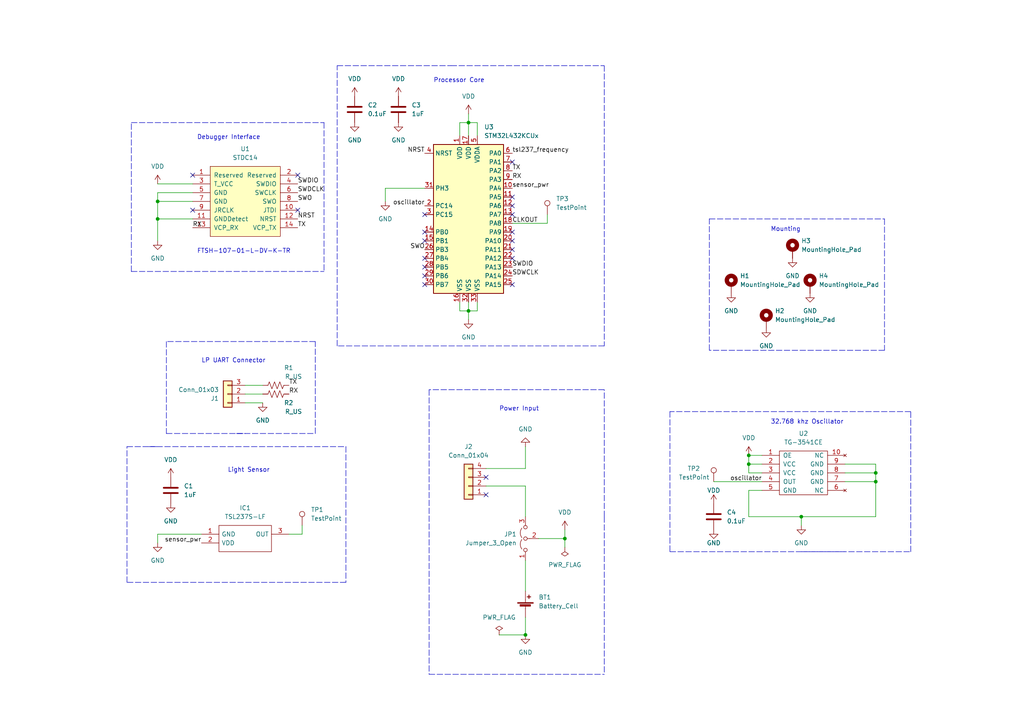
<source format=kicad_sch>
(kicad_sch (version 20211123) (generator eeschema)
  (paper "A4")
  (lib_symbols
    (symbol "Connector:TestPoint" (pin_numbers hide) (pin_names (offset 0.762) hide)
      (property "Reference" "TP" (at 0 6.858 0))
      (property "Value" "TestPoint" (at 0 5.08 0))
      (symbol "TestPoint_0_1"
        (circle (center 0 3.302) (radius 0.762))
      )
      (symbol "TestPoint_1_1"
        (pin passive line (at 0 0 90) (length 2.54) (name "1") (number "1"))
      )
    )
    (symbol "Connector_Generic:Conn_01x03" (pin_names (offset 1.016) hide)
      (property "Reference" "J" (at 0 5.08 0))
      (property "Value" "Conn_01x03" (at 0 -5.08 0))
      (symbol "Conn_01x03_1_1"
        (rectangle (start -1.27 -2.413) (end 0 -2.667) (stroke (width 0.1524)))
        (rectangle (start -1.27 0.127) (end 0 -0.127) (stroke (width 0.1524)))
        (rectangle (start -1.27 2.667) (end 0 2.413) (stroke (width 0.1524)))
        (rectangle (start -1.27 3.81) (end 1.27 -3.81) (stroke (width 0.254)) (fill (type background)))
        (pin passive line (at -5.08 2.54 0) (length 3.81) (name "Pin_1") (number "1"))
        (pin passive line (at -5.08 0 0) (length 3.81) (name "Pin_2") (number "2"))
        (pin passive line (at -5.08 -2.54 0) (length 3.81) (name "Pin_3") (number "3"))
      )
    )
    (symbol "Connector_Generic:Conn_01x04" (pin_names (offset 1.016) hide)
      (property "Reference" "J" (at 0 5.08 0))
      (property "Value" "Conn_01x04" (at 0 -7.62 0))
      (symbol "Conn_01x04_1_1"
        (rectangle (start -1.27 -4.953) (end 0 -5.207) (stroke (width 0.1524)))
        (rectangle (start -1.27 -2.413) (end 0 -2.667) (stroke (width 0.1524)))
        (rectangle (start -1.27 0.127) (end 0 -0.127) (stroke (width 0.1524)))
        (rectangle (start -1.27 2.667) (end 0 2.413) (stroke (width 0.1524)))
        (rectangle (start -1.27 3.81) (end 1.27 -6.35) (stroke (width 0.254)) (fill (type background)))
        (pin passive line (at -5.08 2.54 0) (length 3.81) (name "Pin_1") (number "1"))
        (pin passive line (at -5.08 0 0) (length 3.81) (name "Pin_2") (number "2"))
        (pin passive line (at -5.08 -2.54 0) (length 3.81) (name "Pin_3") (number "3"))
        (pin passive line (at -5.08 -5.08 0) (length 3.81) (name "Pin_4") (number "4"))
      )
    )
    (symbol "Device:Battery_Cell" (pin_numbers hide) (pin_names (offset 0) hide)
      (property "Reference" "BT" (at 2.54 2.54 0))
      (property "Value" "Battery_Cell" (at 2.54 0 0))
      (symbol "Battery_Cell_0_1"
        (rectangle (start -2.286 1.778) (end 2.286 1.524) (fill (type outline)))
        (rectangle (start -1.5748 1.1938) (end 1.4732 0.6858) (fill (type outline)))
        (polyline (pts (xy 0 0.762) (xy 0 0)))
        (polyline (pts (xy 0 1.778) (xy 0 2.54)))
        (polyline (pts (xy 0.508 3.429) (xy 1.524 3.429)) (stroke (width 0.254)))
        (polyline (pts (xy 1.016 3.937) (xy 1.016 2.921)) (stroke (width 0.254)))
      )
      (symbol "Battery_Cell_1_1"
        (pin passive line (at 0 5.08 270) (length 2.54) (name "+") (number "1"))
        (pin passive line (at 0 -2.54 90) (length 2.54) (name "-") (number "2"))
      )
    )
    (symbol "Device:C" (pin_numbers hide) (pin_names (offset 0.254))
      (property "Reference" "C" (at 0.635 2.54 0))
      (property "Value" "C" (at 0.635 -2.54 0))
      (symbol "C_0_1"
        (polyline (pts (xy -2.032 -0.762) (xy 2.032 -0.762)) (stroke (width 0.508)))
        (polyline (pts (xy -2.032 0.762) (xy 2.032 0.762)) (stroke (width 0.508)))
      )
      (symbol "C_1_1"
        (pin passive line (at 0 3.81 270) (length 2.794) (name "~") (number "1"))
        (pin passive line (at 0 -3.81 90) (length 2.794) (name "~") (number "2"))
      )
    )
    (symbol "Device:R_US" (pin_numbers hide) (pin_names (offset 0))
      (property "Reference" "R" (at 2.54 0 90))
      (property "Value" "R_US" (at -2.54 0 90))
      (symbol "R_US_0_1"
        (polyline (pts (xy 0 -2.286) (xy 0 -2.54)))
        (polyline (pts (xy 0 2.286) (xy 0 2.54)))
        (polyline (pts (xy 0 -0.762) (xy 1.016 -1.143) (xy 0 -1.524) (xy -1.016 -1.905) (xy 0 -2.286)))
        (polyline (pts (xy 0 0.762) (xy 1.016 0.381) (xy 0 0) (xy -1.016 -0.381) (xy 0 -0.762)))
        (polyline (pts (xy 0 2.286) (xy 1.016 1.905) (xy 0 1.524) (xy -1.016 1.143) (xy 0 0.762)))
      )
      (symbol "R_US_1_1"
        (pin passive line (at 0 3.81 270) (length 1.27) (name "~") (number "1"))
        (pin passive line (at 0 -3.81 90) (length 1.27) (name "~") (number "2"))
      )
    )
    (symbol "Jumper:Jumper_3_Open" (pin_names (offset 0) hide)
      (property "Reference" "JP" (at -2.54 -2.54 0))
      (property "Value" "Jumper_3_Open" (at 0 2.794 0))
      (symbol "Jumper_3_Open_0_0"
        (circle (center -3.302 0) (radius 0.508))
        (circle (center 0 0) (radius 0.508))
        (circle (center 3.302 0) (radius 0.508))
      )
      (symbol "Jumper_3_Open_0_1"
        (arc (start -0.254 1.016) (mid -1.651 1.4992) (end -3.048 1.016))
        (polyline (pts (xy 0 -0.508) (xy 0 -1.27)))
        (arc (start 3.048 1.016) (mid 1.651 1.4992) (end 0.254 1.016))
      )
      (symbol "Jumper_3_Open_1_1"
        (pin passive line (at -6.35 0 0) (length 2.54) (name "A") (number "1"))
        (pin passive line (at 0 -3.81 90) (length 2.54) (name "C") (number "2"))
        (pin passive line (at 6.35 0 180) (length 2.54) (name "B") (number "3"))
      )
    )
    (symbol "MCU_ST_STM32L4:STM32L432KCUx"
      (property "Reference" "U" (at -10.16 21.59 0))
      (property "Value" "STM32L432KCUx" (at 5.08 21.59 0))
      (symbol "STM32L432KCUx_0_1"
        (rectangle (start -10.16 -22.86) (end 10.16 20.32) (stroke (width 0.254)) (fill (type background)))
      )
      (symbol "STM32L432KCUx_1_1"
        (pin power_in line (at -2.54 22.86 270) (length 2.54) (name "VDD") (number "1"))
        (pin bidirectional line (at 12.7 7.62 180) (length 2.54) (name "PA4") (number "10"))
        (pin bidirectional line (at 12.7 5.08 180) (length 2.54) (name "PA5") (number "11"))
        (pin bidirectional line (at 12.7 2.54 180) (length 2.54) (name "PA6") (number "12"))
        (pin bidirectional line (at 12.7 0 180) (length 2.54) (name "PA7") (number "13"))
        (pin bidirectional line (at -12.7 -5.08 0) (length 2.54) (name "PB0") (number "14"))
        (pin bidirectional line (at -12.7 -7.62 0) (length 2.54) (name "PB1") (number "15"))
        (pin power_in line (at -2.54 -25.4 90) (length 2.54) (name "VSS") (number "16"))
        (pin power_in line (at 0 22.86 270) (length 2.54) (name "VDD") (number "17"))
        (pin bidirectional line (at 12.7 -2.54 180) (length 2.54) (name "PA8") (number "18"))
        (pin bidirectional line (at 12.7 -5.08 180) (length 2.54) (name "PA9") (number "19"))
        (pin bidirectional line (at -12.7 2.54 0) (length 2.54) (name "PC14") (number "2"))
        (pin bidirectional line (at 12.7 -7.62 180) (length 2.54) (name "PA10") (number "20"))
        (pin bidirectional line (at 12.7 -10.16 180) (length 2.54) (name "PA11") (number "21"))
        (pin bidirectional line (at 12.7 -12.7 180) (length 2.54) (name "PA12") (number "22"))
        (pin bidirectional line (at 12.7 -15.24 180) (length 2.54) (name "PA13") (number "23"))
        (pin bidirectional line (at 12.7 -17.78 180) (length 2.54) (name "PA14") (number "24"))
        (pin bidirectional line (at 12.7 -20.32 180) (length 2.54) (name "PA15") (number "25"))
        (pin bidirectional line (at -12.7 -10.16 0) (length 2.54) (name "PB3") (number "26"))
        (pin bidirectional line (at -12.7 -12.7 0) (length 2.54) (name "PB4") (number "27"))
        (pin bidirectional line (at -12.7 -15.24 0) (length 2.54) (name "PB5") (number "28"))
        (pin bidirectional line (at -12.7 -17.78 0) (length 2.54) (name "PB6") (number "29"))
        (pin bidirectional line (at -12.7 0 0) (length 2.54) (name "PC15") (number "3"))
        (pin bidirectional line (at -12.7 -20.32 0) (length 2.54) (name "PB7") (number "30"))
        (pin bidirectional line (at -12.7 7.62 0) (length 2.54) (name "PH3") (number "31"))
        (pin power_in line (at 0 -25.4 90) (length 2.54) (name "VSS") (number "32"))
        (pin power_in line (at 2.54 -25.4 90) (length 2.54) (name "VSS") (number "33"))
        (pin input line (at -12.7 17.78 0) (length 2.54) (name "NRST") (number "4"))
        (pin power_in line (at 2.54 22.86 270) (length 2.54) (name "VDDA") (number "5"))
        (pin bidirectional line (at 12.7 17.78 180) (length 2.54) (name "PA0") (number "6"))
        (pin bidirectional line (at 12.7 15.24 180) (length 2.54) (name "PA1") (number "7"))
        (pin bidirectional line (at 12.7 12.7 180) (length 2.54) (name "PA2") (number "8"))
        (pin bidirectional line (at 12.7 10.16 180) (length 2.54) (name "PA3") (number "9"))
      )
    )
    (symbol "Mechanical:MountingHole_Pad" (pin_numbers hide) (pin_names (offset 1.016) hide)
      (property "Reference" "H" (at 0 6.35 0))
      (property "Value" "MountingHole_Pad" (at 0 4.445 0))
      (symbol "MountingHole_Pad_0_1"
        (circle (center 0 1.27) (radius 1.27) (stroke (width 1.27)))
      )
      (symbol "MountingHole_Pad_1_1"
        (pin input line (at 0 -2.54 90) (length 2.54) (name "1") (number "1"))
      )
    )
    (symbol "e314-2020:STDC14" (pin_names (offset 1.016))
      (property "Reference" "U" (at -1.27 5.08 0))
      (property "Value" "STDC14" (at 0 2.54 0))
      (symbol "STDC14_0_0"
        (pin bidirectional line (at -15.24 -1.27 0) (length 5.08) (name "Reserved") (number "1"))
        (pin bidirectional line (at 15.24 -11.43 180) (length 5.08) (name "JTDI") (number "10"))
        (pin power_in line (at -15.24 -13.97 0) (length 5.08) (name "GNDDetect") (number "11"))
        (pin bidirectional line (at 15.24 -13.97 180) (length 5.08) (name "NRST") (number "12"))
        (pin bidirectional line (at -15.24 -16.51 0) (length 5.08) (name "VCP_RX") (number "13"))
        (pin bidirectional line (at 15.24 -16.51 180) (length 5.08) (name "VCP_TX") (number "14"))
        (pin bidirectional line (at 15.24 -1.27 180) (length 5.08) (name "Reserved") (number "2"))
        (pin bidirectional line (at -15.24 -3.81 0) (length 5.08) (name "T_VCC") (number "3"))
        (pin bidirectional line (at 15.24 -3.81 180) (length 5.08) (name "SWDIO") (number "4"))
        (pin power_out line (at -15.24 -6.35 0) (length 5.08) (name "GND") (number "5"))
        (pin bidirectional line (at 15.24 -6.35 180) (length 5.08) (name "SWCLK") (number "6"))
        (pin power_out line (at -15.24 -8.89 0) (length 5.08) (name "GND") (number "7"))
        (pin bidirectional line (at 15.24 -8.89 180) (length 5.08) (name "SWO") (number "8"))
        (pin bidirectional line (at -15.24 -11.43 0) (length 5.08) (name "JRCLK") (number "9"))
      )
      (symbol "STDC14_0_1"
        (rectangle (start -10.16 1.27) (end 10.16 -19.05) (fill (type background)))
      )
    )
    (symbol "e314-2020:TG-3541CE" (pin_names (offset 1.016))
      (property "Reference" "U" (at -7.62 10.16 0))
      (property "Value" "TG-3541CE" (at -2.54 7.62 0))
      (symbol "TG-3541CE_0_1"
        (rectangle (start -7.62 6.35) (end 6.35 -6.35))
      )
      (symbol "TG-3541CE_1_1"
        (pin input line (at -12.7 5.08 0) (length 5.08) (name "OE") (number "1"))
        (pin no_connect line (at 11.43 5.08 180) (length 5.08) (name "NC") (number "10"))
        (pin power_in line (at -12.7 2.54 0) (length 5.08) (name "VCC") (number "2"))
        (pin power_in line (at -12.7 0 0) (length 5.08) (name "VCC") (number "3"))
        (pin output line (at -12.7 -2.54 0) (length 5.08) (name "OUT") (number "4"))
        (pin power_in line (at -12.7 -5.08 0) (length 5.08) (name "GND") (number "5"))
        (pin no_connect line (at 11.43 -5.08 180) (length 5.08) (name "NC") (number "6"))
        (pin power_in line (at 11.43 -2.54 180) (length 5.08) (name "GND") (number "7"))
        (pin power_in line (at 11.43 0 180) (length 5.08) (name "GND") (number "8"))
        (pin power_in line (at 11.43 2.54 180) (length 5.08) (name "GND") (number "9"))
      )
    )
    (symbol "e314-2020:TSL237S-LF" (pin_names (offset 0.762))
      (property "Reference" "IC" (at 21.59 7.62 0))
      (property "Value" "TSL237S-LF" (at 21.59 5.08 0))
      (symbol "TSL237S-LF_0_0"
        (pin power_in line (at 0 0 0) (length 5.08) (name "GND") (number "1"))
        (pin power_in line (at 0 -2.54 0) (length 5.08) (name "VDD") (number "2"))
        (pin bidirectional line (at 25.4 0 180) (length 5.08) (name "OUT") (number "3"))
      )
      (symbol "TSL237S-LF_0_1"
        (polyline (pts (xy 5.08 2.54) (xy 20.32 2.54) (xy 20.32 -5.08) (xy 5.08 -5.08) (xy 5.08 2.54)) (stroke (width 0.1524)))
      )
    )
    (symbol "power:GND" (power) (pin_names (offset 0))
      (property "Value" "GND" (at 0 -3.81 0))
      (symbol "GND_0_1"
        (polyline (pts (xy 0 0) (xy 0 -1.27) (xy 1.27 -1.27) (xy 0 -2.54) (xy -1.27 -1.27) (xy 0 -1.27)))
      )
      (symbol "GND_1_1"
        (pin power_in line (at 0 0 270) (length 0) hide (name "GND") (number "1"))
      )
    )
    (symbol "power:PWR_FLAG" (power) (pin_numbers hide) (pin_names (offset 0) hide)
      (property "Value" "PWR_FLAG" (at 0 3.81 0))
      (symbol "PWR_FLAG_0_0"
        (pin power_out line (at 0 0 90) (length 0) (name "pwr") (number "1"))
      )
      (symbol "PWR_FLAG_0_1"
        (polyline (pts (xy 0 0) (xy 0 1.27) (xy -1.016 1.905) (xy 0 2.54) (xy 1.016 1.905) (xy 0 1.27)))
      )
    )
    (symbol "power:VDD" (power) (pin_names (offset 0))
      (property "Value" "VDD" (at 0 3.81 0))
      (symbol "VDD_0_1"
        (polyline (pts (xy -0.762 1.27) (xy 0 2.54)))
        (polyline (pts (xy 0 0) (xy 0 2.54)))
        (polyline (pts (xy 0 2.54) (xy 0.762 1.27)))
      )
      (symbol "VDD_1_1"
        (pin power_in line (at 0 0 90) (length 0) hide (name "VDD") (number "1"))
      )
    )
  )
  (junction (at 232.41 149.86))
  (junction (at 135.89 35.56))
  (junction (at 45.72 63.5))
  (junction (at 217.17 132.08))
  (junction (at 217.17 134.62))
  (junction (at 254 139.7))
  (junction (at 135.89 90.17))
  (junction (at 152.4 184.15))
  (junction (at 45.72 58.42))
  (junction (at 254 137.16))
  (junction (at 163.83 156.21))
  (no_connect (at 55.88 50.8))
  (no_connect (at 86.36 50.8))
  (no_connect (at 55.88 60.96))
  (no_connect (at 86.36 60.96))
  (no_connect (at 148.59 62.23))
  (no_connect (at 123.19 77.47))
  (no_connect (at 148.59 69.85))
  (no_connect (at 148.59 67.31))
  (no_connect (at 148.59 46.99))
  (no_connect (at 123.19 69.85))
  (no_connect (at 123.19 74.93))
  (no_connect (at 123.19 67.31))
  (no_connect (at 123.19 82.55))
  (no_connect (at 148.59 82.55))
  (no_connect (at 148.59 72.39))
  (no_connect (at 148.59 74.93))
  (no_connect (at 148.59 57.15))
  (no_connect (at 148.59 59.69))
  (no_connect (at 123.19 62.23))
  (no_connect (at 123.19 80.01))
  (no_connect (at 140.97 143.51))
  (no_connect (at 140.97 138.43))
  (polyline (pts (xy 175.26 19.05) (xy 175.26 100.33)))
  (wire (pts (xy 45.72 53.34) (xy 55.88 53.34)))
  (wire (pts (xy 138.43 35.56) (xy 135.89 35.56)))
  (polyline (pts (xy 100.33 129.54) (xy 100.33 168.91)))
  (wire (pts (xy 71.12 116.84) (xy 76.2 116.84)))
  (polyline (pts (xy 232.41 160.02) (xy 264.16 160.02)))
  (wire (pts (xy 158.75 62.23) (xy 158.75 64.77)))
  (polyline (pts (xy 43.18 129.54) (xy 100.33 129.54)))
  (polyline (pts (xy 124.46 195.58) (xy 175.26 195.58)))
  (polyline (pts (xy 97.79 100.33) (xy 97.79 19.05)))
  (polyline (pts (xy 175.26 149.86) (xy 175.26 195.58)))
  (polyline (pts (xy 256.54 63.5) (xy 256.54 101.6)))
  (wire (pts (xy 220.98 142.24) (xy 217.17 142.24)))
  (polyline (pts (xy 264.16 119.38) (xy 194.31 119.38)))
  (wire (pts (xy 207.01 139.7) (xy 220.98 139.7)))
  (wire (pts (xy 152.4 162.56) (xy 152.4 171.45)))
  (wire (pts (xy 138.43 39.37) (xy 138.43 35.56)))
  (wire (pts (xy 87.63 154.94) (xy 87.63 152.4)))
  (wire (pts (xy 135.89 35.56) (xy 135.89 39.37)))
  (polyline (pts (xy 175.26 113.03) (xy 124.46 113.03)))
  (wire (pts (xy 135.89 87.63) (xy 135.89 90.17)))
  (polyline (pts (xy 38.1 35.56) (xy 93.98 35.56)))
  (wire (pts (xy 245.11 137.16) (xy 254 137.16)))
  (wire (pts (xy 135.89 35.56) (xy 135.89 33.02)))
  (wire (pts (xy 45.72 55.88) (xy 45.72 58.42)))
  (wire (pts (xy 217.17 137.16) (xy 217.17 134.62)))
  (polyline (pts (xy 194.31 160.02) (xy 245.11 160.02)))
  (polyline (pts (xy 175.26 149.86) (xy 175.26 113.03)))
  (wire (pts (xy 123.19 54.61) (xy 111.76 54.61)))
  (polyline (pts (xy 130.81 19.05) (xy 175.26 19.05)))
  (polyline (pts (xy 91.44 125.73) (xy 91.44 99.06)))
  (wire (pts (xy 152.4 149.86) (xy 152.4 140.97)))
  (polyline (pts (xy 205.74 101.6) (xy 205.74 63.5)))
  (wire (pts (xy 217.17 149.86) (xy 232.41 149.86)))
  (wire (pts (xy 45.72 58.42) (xy 45.72 63.5)))
  (polyline (pts (xy 36.83 129.54) (xy 45.72 129.54)))
  (wire (pts (xy 135.89 90.17) (xy 135.89 92.71)))
  (polyline (pts (xy 38.1 78.74) (xy 93.98 78.74)))
  (wire (pts (xy 156.21 156.21) (xy 163.83 156.21)))
  (wire (pts (xy 45.72 63.5) (xy 45.72 69.85)))
  (wire (pts (xy 254 149.86) (xy 254 139.7)))
  (wire (pts (xy 152.4 135.89) (xy 152.4 129.54)))
  (polyline (pts (xy 68.58 125.73) (xy 91.44 125.73)))
  (wire (pts (xy 111.76 54.61) (xy 111.76 58.42)))
  (wire (pts (xy 133.35 87.63) (xy 133.35 90.17)))
  (polyline (pts (xy 256.54 101.6) (xy 205.74 101.6)))
  (wire (pts (xy 55.88 55.88) (xy 45.72 55.88)))
  (polyline (pts (xy 38.1 78.74) (xy 38.1 35.56)))
  (wire (pts (xy 144.78 184.15) (xy 152.4 184.15)))
  (wire (pts (xy 254 134.62) (xy 254 137.16)))
  (wire (pts (xy 138.43 90.17) (xy 135.89 90.17)))
  (wire (pts (xy 254 137.16) (xy 254 139.7)))
  (wire (pts (xy 45.72 154.94) (xy 58.42 154.94)))
  (wire (pts (xy 133.35 35.56) (xy 135.89 35.56)))
  (wire (pts (xy 71.12 111.76) (xy 76.2 111.76)))
  (wire (pts (xy 140.97 135.89) (xy 152.4 135.89)))
  (polyline (pts (xy 264.16 160.02) (xy 264.16 119.38)))
  (polyline (pts (xy 124.46 113.03) (xy 124.46 195.58)))
  (wire (pts (xy 138.43 87.63) (xy 138.43 90.17)))
  (polyline (pts (xy 194.31 119.38) (xy 194.31 160.02)))
  (wire (pts (xy 163.83 153.67) (xy 163.83 156.21)))
  (wire (pts (xy 217.17 132.08) (xy 220.98 132.08)))
  (polyline (pts (xy 48.26 99.06) (xy 48.26 125.73)))
  (wire (pts (xy 163.83 156.21) (xy 163.83 158.75)))
  (wire (pts (xy 220.98 134.62) (xy 217.17 134.62)))
  (polyline (pts (xy 93.98 35.56) (xy 93.98 78.74)))
  (polyline (pts (xy 48.26 125.73) (xy 71.12 125.73)))
  (polyline (pts (xy 36.83 168.91) (xy 36.83 129.54)))
  (wire (pts (xy 158.75 64.77) (xy 148.59 64.77)))
  (polyline (pts (xy 100.33 168.91) (xy 36.83 168.91)))
  (wire (pts (xy 232.41 149.86) (xy 254 149.86)))
  (wire (pts (xy 152.4 179.07) (xy 152.4 184.15)))
  (wire (pts (xy 220.98 137.16) (xy 217.17 137.16)))
  (polyline (pts (xy 91.44 99.06) (xy 48.26 99.06)))
  (polyline (pts (xy 205.74 63.5) (xy 256.54 63.5)))
  (wire (pts (xy 217.17 142.24) (xy 217.17 149.86)))
  (wire (pts (xy 152.4 140.97) (xy 140.97 140.97)))
  (wire (pts (xy 217.17 134.62) (xy 217.17 132.08)))
  (wire (pts (xy 133.35 90.17) (xy 135.89 90.17)))
  (wire (pts (xy 254 139.7) (xy 245.11 139.7)))
  (wire (pts (xy 83.82 154.94) (xy 87.63 154.94)))
  (polyline (pts (xy 175.26 100.33) (xy 97.79 100.33)))
  (wire (pts (xy 232.41 149.86) (xy 232.41 152.4)))
  (wire (pts (xy 71.12 114.3) (xy 76.2 114.3)))
  (wire (pts (xy 45.72 157.48) (xy 45.72 154.94)))
  (wire (pts (xy 45.72 63.5) (xy 55.88 63.5)))
  (wire (pts (xy 133.35 39.37) (xy 133.35 35.56)))
  (polyline (pts (xy 97.79 19.05) (xy 130.81 19.05)))
  (wire (pts (xy 245.11 134.62) (xy 254 134.62)))
  (wire (pts (xy 45.72 58.42) (xy 55.88 58.42)))
  (text "Debugger Interface" (at 57.15 40.64 0) (effects (font (size 1.27 1.27)) (justify left bottom)))
  (text "32.768 khz Oscillator" (at 223.52 123.19 0) (effects (font (size 1.27 1.27)) (justify left bottom)))
  (text "Mounting" (at 223.52 67.31 0) (effects (font (size 1.27 1.27)) (justify left bottom)))
  (text "Light Sensor" (at 66.04 137.16 0) (effects (font (size 1.27 1.27)) (justify left bottom)))
  (text "Processor Core" (at 125.73 24.13 0) (effects (font (size 1.27 1.27)) (justify left bottom)))
  (text "FTSH-107-01-L-DV-K-TR" (at 57.15 73.66 0) (effects (font (size 1.27 1.27)) (justify left bottom)))
  (text "Power Input" (at 144.78 119.38 0) (effects (font (size 1.27 1.27)) (justify left bottom)))
  (text "LP UART Connector" (at 58.42 105.41 0) (effects (font (size 1.27 1.27)) (justify left bottom)))
  (label "tsl237_frequency" (at 148.59 44.45 0))
  (label "RX" (at 148.59 52.07 0))
  (label "RX" (at 83.82 114.3 0))
  (label "SWDIO" (at 86.36 53.34 0))
  (label "NRST" (at 123.19 44.45 180))
  (label "TX" (at 83.82 111.76 0))
  (label "sensor_pwr" (at 148.59 54.61 0))
  (label "SWDCLK" (at 86.36 55.88 0))
  (label "NRST" (at 86.36 63.5 0))
  (label "SWO" (at 123.19 72.39 180))
  (label "SWDIO" (at 148.59 77.47 0))
  (label "sensor_pwr" (at 58.42 157.48 180))
  (label "CLKOUT" (at 148.59 64.77 0))
  (label "TX" (at 148.59 49.53 0))
  (label "RX" (at 55.88 66.04 0))
  (label "oscillator" (at 123.19 59.69 180))
  (label "TX" (at 86.36 66.04 0))
  (label "oscillator" (at 220.98 139.7 180))
  (label "SWO" (at 86.36 58.42 0))
  (label "SDWCLK" (at 148.59 80.01 0))
  (symbol (lib_id "Mechanical:MountingHole_Pad") (at 234.95 82.55 0) (unit 1)
    (property "Reference" "H4" (at 237.49 80.0099 0) (effects (justify left)))
    (property "Value" "MountingHole_Pad" (at 237.49 82.5499 0) (effects (justify left)))
    (property "Footprint" "MountingHole:MountingHole_2.2mm_M2_Pad_Via" (effects hide))
  )
  (symbol (lib_id "e314-2020:TSL237S-LF") (at 58.42 154.94 0) (unit 1)
    (property "Reference" "IC1" (at 71.12 147.32 0))
    (property "Value" "TSL237S-LF" (at 71.12 149.86 0))
    (property "Footprint" "TSL237S-LF" (effects hide))
    (property "Datasheet" "https://componentsearchengine.com/Datasheets/1/TSL237S-LF.pdf" (effects hide))
    (property "Description" "Light To Frequency & Light To Voltage Light to Frequency High Responsivity" (effects hide))
    (property "Mouser Part Number" "856-TSL237S-LF" (effects hide))
    (property "Mouser Price/Stock" "https://www.mouser.com/Search/Refine.aspx?Keyword=856-TSL237S-LF" (effects hide))
    (property "Manufacturer_Name" "ams" (effects hide))
    (property "Manufacturer_Part_Number" "TSL237S-LF" (effects hide))
  )
  (symbol (lib_id "power:GND") (at 45.72 69.85 0) (unit 1)
    (property "Reference" "#PWR02" (effects hide))
    (property "Value" "GND" (at 45.72 74.93 0))
  )
  (symbol (lib_id "power:GND") (at 232.41 152.4 0) (unit 1)
    (property "Reference" "#PWR016" (effects hide))
    (property "Value" "GND" (at 232.41 157.48 0))
  )
  (symbol (lib_id "Jumper:Jumper_3_Open") (at 152.4 156.21 90) (unit 1)
    (property "Reference" "JP1" (at 149.86 154.9399 90) (effects (justify left)))
    (property "Value" "Jumper_3_Open" (at 149.86 157.4799 90) (effects (justify left)))
    (property "Footprint" "Jumper:SolderJumper-3_P1.3mm_Open_RoundedPad1.0x1.5mm" (effects hide))
  )
  (symbol (lib_id "Device:C") (at 207.01 149.86 0) (unit 1)
    (property "Reference" "C4" (at 210.82 148.5899 0) (effects (justify left)))
    (property "Value" "0.1uF" (at 210.82 151.1299 0) (effects (justify left)))
    (property "Footprint" "Capacitor_SMD:C_0603_1608Metric_Pad1.08x0.95mm_HandSolder" (effects hide))
  )
  (symbol (lib_id "Connector_Generic:Conn_01x03") (at 66.04 114.3 180) (unit 1)
    (property "Reference" "J1" (at 63.5 115.5701 0) (effects (justify left)))
    (property "Value" "Conn_01x03" (at 63.5 113.0301 0) (effects (justify left)))
    (property "Footprint" "Connector_JST:JST_XH_B3B-XH-AM_1x03_P2.50mm_Vertical" (effects hide))
  )
  (symbol (lib_id "power:VDD") (at 135.89 33.02 0) (unit 1)
    (property "Reference" "#PWR017" (effects hide))
    (property "Value" "VDD" (at 135.89 27.94 0))
  )
  (symbol (lib_id "Device:R_US") (at 80.01 111.76 90) (unit 1)
    (property "Reference" "R1" (at 85.09 106.68 90) (effects (justify left)))
    (property "Value" "R_US" (at 87.63 109.22 90) (effects (justify left)))
    (property "Footprint" "Resistor_SMD:R_0603_1608Metric_Pad0.98x0.95mm_HandSolder" (effects hide))
  )
  (symbol (lib_id "power:GND") (at 76.2 116.84 0) (unit 1)
    (property "Reference" "#PWR06" (effects hide))
    (property "Value" "GND" (at 76.2 121.92 0))
  )
  (symbol (lib_id "Connector:TestPoint") (at 158.75 62.23 0) (unit 1)
    (property "Reference" "TP3" (at 161.29 57.6579 0) (effects (justify left)))
    (property "Value" "TestPoint" (at 161.29 60.1979 0) (effects (justify left)))
    (property "Footprint" "TestPoint:TestPoint_Pad_D1.5mm" (effects hide))
  )
  (symbol (lib_id "MCU_ST_STM32L4:STM32L432KCUx") (at 135.89 62.23 0) (unit 1)
    (property "Reference" "U3" (at 140.4494 36.83 0) (effects (justify left)))
    (property "Value" "STM32L432KCUx" (at 140.4494 39.37 0) (effects (justify left)))
    (property "Footprint" "Package_DFN_QFN:QFN-32-1EP_5x5mm_P0.5mm_EP3.45x3.45mm" (effects hide))
    (property "Datasheet" "http://www.st.com/st-web-ui/static/active/en/resource/technical/document/datasheet/DM00257205.pdf" (effects hide))
  )
  (symbol (lib_id "Connector:TestPoint") (at 207.01 139.7 0) (unit 1)
    (property "Reference" "TP2" (at 199.39 135.89 0) (effects (justify left)))
    (property "Value" "TestPoint" (at 196.85 138.43 0) (effects (justify left)))
    (property "Footprint" "TestPoint:TestPoint_Pad_D1.5mm" (effects hide))
  )
  (symbol (lib_id "Device:C") (at 49.53 142.24 0) (unit 1)
    (property "Reference" "C1" (at 53.34 140.9699 0) (effects (justify left)))
    (property "Value" "1uF" (at 53.34 143.5099 0) (effects (justify left)))
    (property "Footprint" "Capacitor_SMD:C_0603_1608Metric_Pad1.08x0.95mm_HandSolder" (effects hide))
  )
  (symbol (lib_id "power:GND") (at 152.4 184.15 0) (unit 1)
    (property "Reference" "#PWR08" (effects hide))
    (property "Value" "GND" (at 152.4 189.23 0))
  )
  (symbol (lib_id "Device:C") (at 102.87 31.75 0) (unit 1)
    (property "Reference" "C2" (at 106.68 30.48 0) (effects (justify left)))
    (property "Value" "0.1uF" (at 106.68 33.0199 0) (effects (justify left)))
    (property "Footprint" "Capacitor_SMD:C_0603_1608Metric_Pad1.08x0.95mm_HandSolder" (effects hide))
  )
  (symbol (lib_id "Device:R_US") (at 80.01 114.3 90) (unit 1)
    (property "Reference" "R2" (at 85.09 116.84 90) (effects (justify left)))
    (property "Value" "R_US" (at 87.63 119.38 90) (effects (justify left)))
    (property "Footprint" "Resistor_SMD:R_0603_1608Metric_Pad0.98x0.95mm_HandSolder" (effects hide))
  )
  (symbol (lib_id "power:GND") (at 135.89 92.71 0) (unit 1)
    (property "Reference" "#PWR018" (effects hide))
    (property "Value" "GND" (at 135.89 97.79 0))
  )
  (symbol (lib_id "e314-2020:TG-3541CE") (at 233.68 137.16 0) (unit 1)
    (property "Reference" "U2" (at 233.045 125.73 0))
    (property "Value" "TG-3541CE" (at 233.045 128.27 0))
    (property "Footprint" "e314-2020:TG-3541CE" (effects hide))
  )
  (symbol (lib_id "power:GND") (at 102.87 35.56 0) (unit 1)
    (property "Reference" "#PWR011" (effects hide))
    (property "Value" "GND" (at 102.87 40.64 0))
  )
  (symbol (lib_id "Connector_Generic:Conn_01x04") (at 135.89 140.97 180) (unit 1)
    (property "Reference" "J2" (at 135.89 129.54 0))
    (property "Value" "Conn_01x04" (at 135.89 132.08 0))
    (property "Footprint" "Connector_JST:JST_XH_B4B-XH-AM_1x04_P2.50mm_Vertical" (effects hide))
  )
  (symbol (lib_id "power:VDD") (at 207.01 146.05 0) (unit 1)
    (property "Reference" "#PWR0101" (effects hide))
    (property "Value" "VDD" (at 207.01 142.24 0))
  )
  (symbol (lib_id "power:VDD") (at 115.57 27.94 0) (unit 1)
    (property "Reference" "#PWR013" (effects hide))
    (property "Value" "VDD" (at 115.57 22.86 0))
  )
  (symbol (lib_id "power:GND") (at 49.53 146.05 0) (unit 1)
    (property "Reference" "#PWR05" (effects hide))
    (property "Value" "GND" (at 49.53 151.13 0))
  )
  (symbol (lib_id "power:VDD") (at 49.53 138.43 0) (unit 1)
    (property "Reference" "#PWR04" (effects hide))
    (property "Value" "VDD" (at 49.53 133.35 0))
  )
  (symbol (lib_id "power:GND") (at 212.09 85.09 0) (unit 1)
    (property "Reference" "#PWR019" (effects hide))
    (property "Value" "GND" (at 212.09 90.17 0))
  )
  (symbol (lib_id "power:PWR_FLAG") (at 163.83 158.75 180) (unit 1)
    (property "Reference" "#FLG02" (effects hide))
    (property "Value" "PWR_FLAG" (at 163.83 163.83 0))
  )
  (symbol (lib_id "power:PWR_FLAG") (at 144.78 184.15 0) (unit 1)
    (property "Reference" "#FLG01" (effects hide))
    (property "Value" "PWR_FLAG" (at 144.78 179.07 0))
  )
  (symbol (lib_id "power:GND") (at 207.01 153.67 0) (unit 1)
    (property "Reference" "#PWR0102" (effects hide))
    (property "Value" "GND" (at 207.01 157.48 0))
  )
  (symbol (lib_id "power:VDD") (at 217.17 132.08 0) (unit 1)
    (property "Reference" "#PWR015" (effects hide))
    (property "Value" "VDD" (at 217.17 127 0))
  )
  (symbol (lib_id "Mechanical:MountingHole_Pad") (at 229.87 72.39 0) (unit 1)
    (property "Reference" "H3" (at 232.41 69.8499 0) (effects (justify left)))
    (property "Value" "MountingHole_Pad" (at 232.41 72.3899 0) (effects (justify left)))
    (property "Footprint" "MountingHole:MountingHole_2.2mm_M2_Pad_Via" (effects hide))
  )
  (symbol (lib_id "Mechanical:MountingHole_Pad") (at 212.09 82.55 0) (unit 1)
    (property "Reference" "H1" (at 214.63 80.0099 0) (effects (justify left)))
    (property "Value" "MountingHole_Pad" (at 214.63 82.5499 0) (effects (justify left)))
    (property "Footprint" "MountingHole:MountingHole_2.2mm_M2_Pad_Via" (effects hide))
  )
  (symbol (lib_id "power:VDD") (at 102.87 27.94 0) (unit 1)
    (property "Reference" "#PWR010" (effects hide))
    (property "Value" "VDD" (at 102.87 22.86 0))
  )
  (symbol (lib_id "power:GND") (at 45.72 157.48 0) (unit 1)
    (property "Reference" "#PWR03" (effects hide))
    (property "Value" "GND" (at 45.72 162.56 0))
  )
  (symbol (lib_id "Connector:TestPoint") (at 87.63 152.4 0) (unit 1)
    (property "Reference" "TP1" (at 90.17 147.8279 0) (effects (justify left)))
    (property "Value" "TestPoint" (at 90.17 150.3679 0) (effects (justify left)))
    (property "Footprint" "TestPoint:TestPoint_Pad_D1.5mm" (effects hide))
  )
  (symbol (lib_id "power:GND") (at 229.87 74.93 0) (unit 1)
    (property "Reference" "#PWR021" (effects hide))
    (property "Value" "GND" (at 229.87 80.01 0))
  )
  (symbol (lib_id "power:GND") (at 111.76 58.42 0) (unit 1)
    (property "Reference" "#PWR012" (effects hide))
    (property "Value" "GND" (at 111.76 63.5 0))
  )
  (symbol (lib_id "Device:C") (at 115.57 31.75 0) (unit 1)
    (property "Reference" "C3" (at 119.38 30.4799 0) (effects (justify left)))
    (property "Value" "1uF" (at 119.38 33.0199 0) (effects (justify left)))
    (property "Footprint" "Capacitor_SMD:C_0603_1608Metric_Pad1.08x0.95mm_HandSolder" (effects hide))
  )
  (symbol (lib_id "power:GND") (at 222.25 95.25 0) (unit 1)
    (property "Reference" "#PWR020" (effects hide))
    (property "Value" "GND" (at 222.25 100.33 0))
  )
  (symbol (lib_id "power:GND") (at 234.95 85.09 0) (unit 1)
    (property "Reference" "#PWR022" (effects hide))
    (property "Value" "GND" (at 234.95 90.17 0))
  )
  (symbol (lib_id "Mechanical:MountingHole_Pad") (at 222.25 92.71 0) (unit 1)
    (property "Reference" "H2" (at 224.79 90.1699 0) (effects (justify left)))
    (property "Value" "MountingHole_Pad" (at 224.79 92.7099 0) (effects (justify left)))
    (property "Footprint" "MountingHole:MountingHole_2.2mm_M2_Pad_Via" (effects hide))
  )
  (symbol (lib_id "Device:Battery_Cell") (at 152.4 176.53 0) (unit 1)
    (property "Reference" "BT1" (at 156.21 173.2279 0) (effects (justify left)))
    (property "Value" "Battery_Cell" (at 156.21 175.7679 0) (effects (justify left)))
    (property "Footprint" "Battery:BatteryHolder_Keystone_1060_1x2032" (effects hide))
  )
  (symbol (lib_id "e314-2020:STDC14") (at 71.12 49.53 0) (unit 1)
    (property "Reference" "U1" (at 71.12 43.18 0))
    (property "Value" "STDC14" (at 71.12 45.72 0))
    (property "Footprint" "e314-2020:ftsh_14p_connector" (effects hide))
  )
  (symbol (lib_id "power:VDD") (at 163.83 153.67 0) (unit 1)
    (property "Reference" "#PWR09" (effects hide))
    (property "Value" "VDD" (at 163.83 148.59 0))
  )
  (symbol (lib_id "power:GND") (at 115.57 35.56 0) (unit 1)
    (property "Reference" "#PWR014" (effects hide))
    (property "Value" "GND" (at 115.57 40.64 0))
  )
  (symbol (lib_id "power:GND") (at 152.4 129.54 180) (unit 1)
    (property "Reference" "#PWR07" (effects hide))
    (property "Value" "GND" (at 152.4 124.46 0))
  )
  (symbol (lib_id "power:VDD") (at 45.72 53.34 0) (unit 1)
    (property "Reference" "#PWR01" (effects hide))
    (property "Value" "VDD" (at 45.72 48.26 0))
  )
)
</source>
